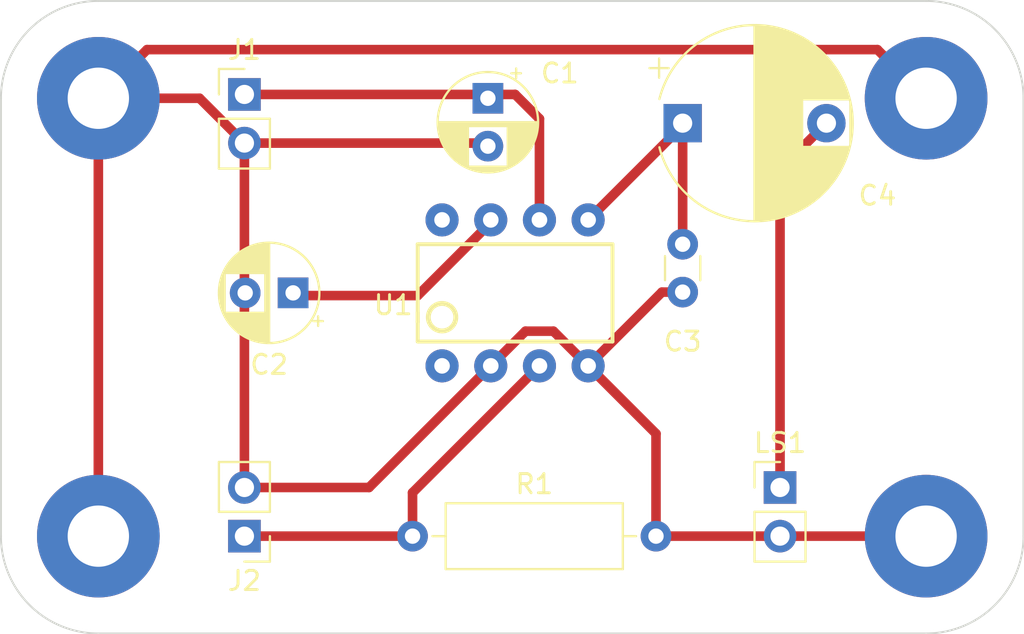
<source format=kicad_pcb>
(kicad_pcb (version 20211014) (generator pcbnew)
  (layers (0 "F.Cu" signal) (31 "B.Cu" signal) (34 "B.Paste" user) (35 "F.Paste" user) (36 "B.SilkS" user "B.Silkscreen") (37 "F.SilkS" user "F.Silkscreen") (38 "B.Mask" user) (39 "F.Mask" user) (44 "Edge.Cuts" user))
  (net 0 "")
  (net 1 "+9V")
  (net 2 "GNDD")
  (net 3 "Net-(C2-Pad1)")
  (net 4 "Net-(C3-Pad1)")
  (net 5 "Net-(C4-Pad2)")
  (net 6 "Net-(J2-PadT)")
  (footprint "Capacitor_THT:C_Disc_D3.0mm_W1.6mm_P2.50mm" (layer "F.Cu") (at 142.24 83.82 -90)
    (fp_text reference "C3" (at 5.08 0 180) (layer "F.SilkS"))
    (fp_text value "100nF")
    (fp_line (start 0.621 0.92) (end 1.879 0.92) (layer "F.SilkS") (width 0.12))
    (fp_line (start 0.621 -0.92) (end 1.879 -0.92) (layer "F.SilkS") (width 0.12))
    (pad "1" thru_hole circle (at 0 0 270) (size 1.6 1.6) (drill 0.8) (layers *.Cu *.Mask) (net 4 "Net-(C3-Pad1)"))
    (pad "2" thru_hole circle (at 2.5 0 270) (size 1.6 1.6) (drill 0.8) (layers *.Cu *.Mask) (net 2 "GNDD"))
  )
  (footprint "MountingHole:MountingHole_3.2mm_M3_Pad" (layer "F.Cu") (at 154.94 99.06)
    (fp_text reference "H2" hide)
    (fp_text value "MountingHole_Pad" hide)
    (pad "1" thru_hole circle (at 0 0) (size 6.4 6.4) (drill 3.2) (layers *.Cu *.Mask) (net 2 "GNDD"))
  )
  (footprint "MountingHole:MountingHole_3.2mm_M3_Pad" (layer "F.Cu") (at 154.94 76.2)
    (fp_text reference "H3" hide)
    (fp_text value "MountingHole_Pad" hide)
    (pad "1" thru_hole circle (at 0 0) (size 6.4 6.4) (drill 3.2) (layers *.Cu *.Mask) (net 2 "GNDD"))
  )
  (footprint "MountingHole:MountingHole_3.2mm_M3_Pad" (layer "F.Cu") (at 111.76 99.06)
    (fp_text reference "H1" hide)
    (fp_text value "MountingHole_Pad" hide)
    (pad "1" thru_hole circle (at 0 0) (size 6.4 6.4) (drill 3.2) (layers *.Cu *.Mask) (net 2 "GNDD"))
  )
  (footprint "Capacitor_THT:CP_Radial_D5.0mm_P2.50mm" (layer "F.Cu") (at 121.92 86.36 180)
    (fp_text reference "C2" (at 1.25 -3.75) (layer "F.SilkS"))
    (fp_text value "100uF")
    (fp_line (start 2.731 -2.122) (end 2.731 -1.04) (layer "F.SilkS") (width 0.12))
    (fp_line (start 2.891 -2.004) (end 2.891 -1.04) (layer "F.SilkS") (width 0.12))
    (fp_line (start -1.304775 -1.725) (end -1.304775 -1.225) (layer "F.SilkS") (width 0.12))
    (fp_line (start 3.251 1.04) (end 3.251 1.653) (layer "F.SilkS") (width 0.12))
    (fp_line (start 2.171 1.04) (end 2.171 2.414) (layer "F.SilkS") (width 0.12))
    (fp_line (start 1.53 1.04) (end 1.53 2.565) (layer "F.SilkS") (width 0.12))
    (fp_line (start 1.57 1.04) (end 1.57 2.561) (layer "F.SilkS") (width 0.12))
    (fp_line (start 1.61 -2.556) (end 1.61 -1.04) (layer "F.SilkS") (width 0.12))
    (fp_line (start 2.051 -2.455) (end 2.051 -1.04) (layer "F.SilkS") (width 0.12))
    (fp_line (start 2.571 1.04) (end 2.571 2.224) (layer "F.SilkS") (width 0.12))
    (fp_line (start 1.73 1.04) (end 1.73 2.536) (layer "F.SilkS") (width 0.12))
    (fp_line (start 2.531 -2.247) (end 2.531 -1.04) (layer "F.SilkS") (width 0.12))
    (fp_line (start 3.811 -0.518) (end 3.811 0.518) (layer "F.SilkS") (width 0.12))
    (fp_line (start 3.171 1.04) (end 3.171 1.743) (layer "F.SilkS") (width 0.12))
    (fp_line (start 2.091 1.04) (end 2.091 2.442) (layer "F.SilkS") (width 0.12))
    (fp_line (start 2.851 -2.035) (end 2.851 -1.04) (layer "F.SilkS") (width 0.12))
    (fp_line (start 3.251 -1.653) (end 3.251 -1.04) (layer "F.SilkS") (width 0.12))
    (fp_line (start 1.85 -2.511) (end 1.85 -1.04) (layer "F.SilkS") (width 0.12))
    (fp_line (start 1.49 1.04) (end 1.49 2.569) (layer "F.SilkS") (width 0.12))
    (fp_line (start 3.331 -1.554) (end 3.331 -1.04) (layer "F.SilkS") (width 0.12))
    (fp_line (start 2.371 -2.329) (end 2.371 -1.04) (layer "F.SilkS") (width 0.12))
    (fp_line (start 3.091 1.04) (end 3.091 1.826) (layer "F.SilkS") (width 0.12))
    (fp_line (start 3.371 1.04) (end 3.371 1.5) (layer "F.SilkS") (width 0.12))
    (fp_line (start 1.65 -2.55) (end 1.65 -1.04) (layer "F.SilkS") (width 0.12))
    (fp_line (start 2.371 1.04) (end 2.371 2.329) (layer "F.SilkS") (width 0.12))
    (fp_line (start 1.53 -2.565) (end 1.53 -1.04) (layer "F.SilkS") (width 0.12))
    (fp_line (start 1.29 -2.58) (end 1.29 2.58) (layer "F.SilkS") (width 0.12))
    (fp_line (start 2.931 -1.971) (end 2.931 -1.04) (layer "F.SilkS") (width 0.12))
    (fp_line (start 3.291 -1.605) (end 3.291 -1.04) (layer "F.SilkS") (width 0.12))
    (fp_line (start 2.131 1.04) (end 2.131 2.428) (layer "F.SilkS") (width 0.12))
    (fp_line (start 3.611 -1.098) (end 3.611 1.098) (layer "F.SilkS") (width 0.12))
    (fp_line (start 2.931 1.04) (end 2.931 1.971) (layer "F.SilkS") (width 0.12))
    (fp_line (start 2.891 1.04) (end 2.891 2.004) (layer "F.SilkS") (width 0.12))
    (fp_line (start 1.65 1.04) (end 1.65 2.55) (layer "F.SilkS") (width 0.12))
    (fp_line (start 3.651 -1.011) (end 3.651 1.011) (layer "F.SilkS") (width 0.12))
    (fp_line (start 3.531 1.04) (end 3.531 1.251) (layer "F.SilkS") (width 0.12))
    (fp_line (start -1.554775 -1.475) (end -1.054775 -1.475) (layer "F.SilkS") (width 0.12))
    (fp_line (start 2.211 1.04) (end 2.211 2.398) (layer "F.SilkS") (width 0.12))
    (fp_line (start 3.011 1.04) (end 3.011 1.901) (layer "F.SilkS") (width 0.12))
    (fp_line (start 3.211 -1.699) (end 3.211 -1.04) (layer "F.SilkS") (width 0.12))
    (fp_line (start 2.651 1.04) (end 2.651 2.175) (layer "F.SilkS") (width 0.12))
    (fp_line (start 2.531 1.04) (end 2.531 2.247) (layer "F.SilkS") (width 0.12))
    (fp_line (start 2.251 -2.382) (end 2.251 -1.04) (layer "F.SilkS") (width 0.12))
    (fp_line (start 1.85 1.04) (end 1.85 2.511) (layer "F.SilkS") (width 0.12))
    (fp_line (start 1.69 -2.543) (end 1.69 -1.04) (layer "F.SilkS") (width 0.12))
    (fp_line (start 1.971 -2.48) (end 1.971 -1.04) (layer "F.SilkS") (width 0.12))
    (fp_line (start 2.571 -2.224) (end 2.571 -1.04) (layer "F.SilkS") (width 0.12))
    (fp_line (start 2.171 -2.414) (end 2.171 -1.04) (layer "F.SilkS") (width 0.12))
    (fp_line (start 2.011 1.04) (end 2.011 2.468) (layer "F.SilkS") (width 0.12))
    (fp_line (start 2.331 1.04) (end 2.331 2.348) (layer "F.SilkS") (width 0.12))
    (fp_line (start 2.411 -2.31) (end 2.411 -1.04) (layer "F.SilkS") (width 0.12))
    (fp_line (start 2.811 1.04) (end 2.811 2.065) (layer "F.SilkS") (width 0.12))
    (fp_line (start 3.291 1.04) (end 3.291 1.605) (layer "F.SilkS") (width 0.12))
    (fp_line (start 1.89 -2.501) (end 1.89 -1.04) (layer "F.SilkS") (width 0.12))
    (fp_line (start 2.451 -2.29) (end 2.451 -1.04) (layer "F.SilkS") (width 0.12))
    (fp_line (start 2.291 1.04) (end 2.291 2.365) (layer "F.SilkS") (width 0.12))
    (fp_line (start 2.451 1.04) (end 2.451 2.29) (layer "F.SilkS") (width 0.12))
    (fp_line (start 3.731 -0.805) (end 3.731 0.805) (layer "F.SilkS") (width 0.12))
    (fp_line (start 2.611 1.04) (end 2.611 2.2) (layer "F.SilkS") (width 0.12))
    (fp_line (start 1.81 1.04) (end 1.81 2.52) (layer "F.SilkS") (width 0.12))
    (fp_line (start 2.331 -2.348) (end 2.331 -1.04) (layer "F.SilkS") (width 0.12))
    (fp_line (start 1.57 -2.561) (end 1.57 -1.04) (layer "F.SilkS") (width 0.12))
    (fp_line (start 3.211 1.04) (end 3.211 1.699) (layer "F.SilkS") (width 0.12))
    (fp_line (start 2.051 1.04) (end 2.051 2.455) (layer "F.SilkS") (width 0.12))
    (fp_line (start 2.771 1.04) (end 2.771 2.095) (layer "F.SilkS") (width 0.12))
    (fp_line (start 3.051 -1.864) (end 3.051 -1.04) (layer "F.SilkS") (width 0.12))
    (fp_line (start 3.451 -1.383) (end 3.451 -1.04) (layer "F.SilkS") (width 0.12))
    (fp_line (start 3.411 1.04) (end 3.411 1.443) (layer "F.SilkS") (width 0.12))
    (fp_line (start 2.291 -2.365) (end 2.291 -1.04) (layer "F.SilkS") (width 0.12))
    (fp_line (start 3.051 1.04) (end 3.051 1.864) (layer "F.SilkS") (width 0.12))
    (fp_line (start 2.611 -2.2) (end 2.611 -1.04) (layer "F.SilkS") (width 0.12))
    (fp_line (start 2.651 -2.175) (end 2.651 -1.04) (layer "F.SilkS") (width 0.12))
    (fp_line (start 2.251 1.04) (end 2.251 2.382) (layer "F.SilkS") (width 0.12))
    (fp_line (start 1.93 -2.491) (end 1.93 -1.04) (layer "F.SilkS") (width 0.12))
    (fp_line (start 1.971 1.04) (end 1.971 2.48) (layer "F.SilkS") (width 0.12))
    (fp_line (start 3.091 -1.826) (end 3.091 -1.04) (layer "F.SilkS") (width 0.12))
    (fp_line (start 1.45 -2.573) (end 1.45 2.573) (layer "F.SilkS") (width 0.12))
    (fp_line (start 3.131 1.04) (end 3.131 1.785) (layer "F.SilkS") (width 0.12))
    (fp_line (start 2.091 -2.442) (end 2.091 -1.04) (layer "F.SilkS") (width 0.12))
    (fp_line (start 1.69 1.04) (end 1.69 2.543) (layer "F.SilkS") (width 0.12))
    (fp_line (start 2.411 1.04) (end 2.411 2.31) (layer "F.SilkS") (width 0.12))
    (fp_line (start 1.49 -2.569) (end 1.49 -1.04) (layer "F.SilkS") (width 0.12))
    (fp_line (start 3.171 -1.743) (end 3.171 -1.04) (layer "F.SilkS") (width 0.12))
    (fp_line (start 1.25 -2.58) (end 1.25 2.58) (layer "F.SilkS") (width 0.12))
    (fp_line (start 3.771 -0.677) (end 3.771 0.677) (layer "F.SilkS") (width 0.12))
    (fp_line (start 1.73 -2.536) (end 1.73 -1.04) (layer "F.SilkS") (width 0.12))
    (fp_line (start 2.731 1.04) (end 2.731 2.122) (layer "F.SilkS") (width 0.12))
    (fp_line (start 1.93 1.04) (end 1.93 2.491) (layer "F.SilkS") (width 0.12))
    (fp_line (start 3.571 -1.178) (end 3.571 1.178) (layer "F.SilkS") (width 0.12))
    (fp_line (start 3.331 1.04) (end 3.331 1.554) (layer "F.SilkS") (width 0.12))
    (fp_line (start 1.77 1.04) (end 1.77 2.528) (layer "F.SilkS") (width 0.12))
    (fp_line (start 2.491 1.04) (end 2.491 2.268) (layer "F.SilkS") (width 0.12))
    (fp_line (start 3.491 -1.319) (end 3.491 -1.04) (layer "F.SilkS") (width 0.12))
    (fp_line (start 3.011 -1.901) (end 3.011 -1.04) (layer "F.SilkS") (width 0.12))
    (fp_line (start 2.811 -2.065) (end 2.811 -1.04) (layer "F.SilkS") (width 0.12))
    (fp_line (start 2.011 -2.468) (end 2.011 -1.04) (layer "F.SilkS") (width 0.12))
    (fp_line (start 1.41 -2.576) (end 1.41 2.576) (layer "F.SilkS") (width 0.12))
    (fp_line (start 1.81 -2.52) (end 1.81 -1.04) (layer "F.SilkS") (width 0.12))
    (fp_line (start 2.851 1.04) (end 2.851 2.035) (layer "F.SilkS") (width 0.12))
    (fp_line (start 2.491 -2.268) (end 2.491 -1.04) (layer "F.SilkS") (width 0.12))
    (fp_line (start 2.971 1.04) (end 2.971 1.937) (layer "F.SilkS") (width 0.12))
    (fp_line (start 3.411 -1.443) (end 3.411 -1.04) (layer "F.SilkS") (width 0.12))
    (fp_line (start 2.131 -2.428) (end 2.131 -1.04) (layer "F.SilkS") (width 0.12))
    (fp_line (start 2.211 -2.398) (end 2.211 -1.04) (layer "F.SilkS") (width 0.12))
    (fp_line (start 1.61 1.04) (end 1.61 2.556) (layer "F.SilkS") (width 0.12))
    (fp_line (start 2.691 -2.149) (end 2.691 -1.04) (layer "F.SilkS") (width 0.12))
    (fp_line (start 3.451 1.04) (end 3.451 1.383) (layer "F.SilkS") (width 0.12))
    (fp_line (start 1.33 -2.579) (end 1.33 2.579) (layer "F.SilkS") (width 0.12))
    (fp_line (start 3.691 -0.915) (end 3.691 0.915) (layer "F.SilkS") (width 0.12))
    (fp_line (start 2.771 -2.095) (end 2.771 -1.04) (layer "F.SilkS") (width 0.12))
    (fp_line (start 3.851 -0.284) (end 3.851 0.284) (layer "F.SilkS") (width 0.12))
    (fp_line (start 2.691 1.04) (end 2.691 2.149) (layer "F.SilkS") (width 0.12))
    (fp_line (start 1.77 -2.528) (end 1.77 -1.04) (layer "F.SilkS") (width 0.12))
    (fp_line (start 3.131 -1.785) (end 3.131 -1.04) (layer "F.SilkS") (width 0.12))
    (fp_line (start 3.491 1.04) (end 3.491 1.319) (layer "F.SilkS") (width 0.12))
    (fp_line (start 2.971 -1.937) (end 2.971 -1.04) (layer "F.SilkS") (width 0.12))
    (fp_line (start 1.37 -2.578) (end 1.37 2.578) (layer "F.SilkS") (width 0.12))
    (fp_line (start 1.89 1.04) (end 1.89 2.501) (layer "F.SilkS") (width 0.12))
    (fp_line (start 3.371 -1.5) (end 3.371 -1.04) (layer "F.SilkS") (width 0.12))
    (fp_line (start 3.531 -1.251) (end 3.531 -1.04) (layer "F.SilkS") (width 0.12))
    (fp_circle (center 1.25 0) (end 3.87 0) (layer "F.SilkS") (width 0.12) (fill none))
    (pad "1" thru_hole rect (at 0 0 180) (size 1.6 1.6) (drill 0.8) (layers *.Cu *.Mask) (net 3 "Net-(C2-Pad1)"))
    (pad "2" thru_hole circle (at 2.5 0 180) (size 1.6 1.6) (drill 0.8) (layers *.Cu *.Mask) (net 2 "GNDD"))
  )
  (footprint "Capacitor_THT:CP_Radial_D10.0mm_P7.50mm" (layer "F.Cu") (at 142.24 77.5)
    (fp_text reference "C4" (at 10.16 3.78) (layer "F.SilkS"))
    (fp_text value "1000uF")
    (fp_line (start 5.031 -4.918) (end 5.031 4.918) (layer "F.SilkS") (width 0.12))
    (fp_line (start 4.43 -5.035) (end 4.43 5.035) (layer "F.SilkS") (width 0.12))
    (fp_line (start 8.031 1.241) (end 8.031 2.77) (layer "F.SilkS") (width 0.12))
    (fp_line (start 6.831 -4.05) (end 6.831 -1.241) (layer "F.SilkS") (width 0.12))
    (fp_line (start 5.951 -4.584) (end 5.951 4.584) (layer "F.SilkS") (width 0.12))
    (fp_line (start 4.751 -4.982) (end 4.751 4.982) (layer "F.SilkS") (width 0.12))
    (fp_line (start 7.711 1.241) (end 7.711 3.206) (layer "F.SilkS") (width 0.12))
    (fp_line (start 5.391 -4.811) (end 5.391 4.811) (layer "F.SilkS") (width 0.12))
    (fp_line (start 4.07 -5.07) (end 4.07 5.07) (layer "F.SilkS") (width 0.12))
    (fp_line (start 3.83 -5.08) (end 3.83 5.08) (layer "F.SilkS") (width 0.12))
    (fp_line (start 5.271 -4.85) (end 5.271 4.85) (layer "F.SilkS") (width 0.12))
    (fp_line (start 5.671 -4.707) (end 5.671 4.707) (layer "F.SilkS") (width 0.12))
    (fp_line (start 7.711 -3.206) (end 7.711 -1.241) (layer "F.SilkS") (width 0.12))
    (fp_line (start 3.75 -5.08) (end 3.75 5.08) (layer "F.SilkS") (width 0.12))
    (fp_line (start 4.35 -5.045) (end 4.35 5.045) (layer "F.SilkS") (width 0.12))
    (fp_line (start 8.071 1.241) (end 8.071 2.709) (layer "F.SilkS") (width 0.12))
    (fp_line (start 5.111 -4.897) (end 5.111 4.897) (layer "F.SilkS") (width 0.12))
    (fp_line (start 8.311 1.241) (end 8.311 2.289) (layer "F.SilkS") (width 0.12))
    (fp_line (start 4.31 -5.05) (end 4.31 5.05) (layer "F.SilkS") (width 0.12))
    (fp_line (start 6.111 -4.504) (end 6.111 4.504) (layer "F.SilkS") (width 0.12))
    (fp_line (start 8.031 -2.77) (end 8.031 -1.241) (layer "F.SilkS") (width 0.12))
    (fp_line (start 6.991 -3.925) (end 6.991 -1.241) (layer "F.SilkS") (width 0.12))
    (fp_line (start 7.031 1.241) (end 7.031 3.892) (layer "F.SilkS") (width 0.12))
    (fp_line (start 7.871 -3) (end 7.871 -1.241) (layer "F.SilkS") (width 0.12))
    (fp_line (start 6.951 -3.957) (end 6.951 -1.241) (layer "F.SilkS") (width 0.12))
    (fp_line (start 6.551 -4.247) (end 6.551 -1.241) (layer "F.SilkS") (width 0.12))
    (fp_line (start 8.191 -2.51) (end 8.191 -1.241) (layer "F.SilkS") (width 0.12))
    (fp_line (start 7.191 1.241) (end 7.191 3.753) (layer "F.SilkS") (width 0.12))
    (fp_line (start 7.031 -3.892) (end 7.031 -1.241) (layer "F.SilkS") (width 0.12))
    (fp_line (start 5.071 -4.907) (end 5.071 4.907) (layer "F.SilkS") (width 0.12))
    (fp_line (start 6.591 -4.221) (end 6.591 -1.241) (layer "F.SilkS") (width 0.12))
    (fp_line (start 7.431 1.241) (end 7.431 3.52) (layer "F.SilkS") (width 0.12))
    (fp_line (start 4.551 -5.018) (end 4.551 5.018) (layer "F.SilkS") (width 0.12))
    (fp_line (start 7.871 1.241) (end 7.871 3) (layer "F.SilkS") (width 0.12))
    (fp_line (start 4.671 -4.997) (end 4.671 4.997) (layer "F.SilkS") (width 0.12))
    (fp_line (start 7.071 1.241) (end 7.071 3.858) (layer "F.SilkS") (width 0.12))
    (fp_line (start 7.631 -3.301) (end 7.631 -1.241) (layer "F.SilkS") (width 0.12))
    (fp_line (start 6.791 1.241) (end 6.791 4.08) (layer "F.SilkS") (width 0.12))
    (fp_line (start 5.551 -4.754) (end 5.551 4.754) (layer "F.SilkS") (width 0.12))
    (fp_line (start 7.271 1.241) (end 7.271 3.679) (layer "F.SilkS") (width 0.12))
    (fp_line (start 6.791 -4.08) (end 6.791 -1.241) (layer "F.SilkS") (width 0.12))
    (fp_line (start 7.591 1.241) (end 7.591 3.347) (layer "F.SilkS") (width 0.12))
    (fp_line (start 8.471 -1.944) (end 8.471 -1.241) (layer "F.SilkS") (width 0.12))
    (fp_line (start 6.271 1.241) (end 6.271 4.417) (layer "F.SilkS") (width 0.12))
    (fp_line (start 8.511 1.241) (end 8.511 1.846) (layer "F.SilkS") (width 0.12))
    (fp_line (start 8.391 -2.125) (end 8.391 -1.241) (layer "F.SilkS") (width 0.12))
    (fp_line (start 5.871 -4.621) (end 5.871 4.621) (layer "F.SilkS") (width 0.12))
    (fp_line (start 5.431 -4.797) (end 5.431 4.797) (layer "F.SilkS") (width 0.12))
    (fp_line (start 7.271 -3.679) (end 7.271 -1.241) (layer "F.SilkS") (width 0.12))
    (fp_line (start 6.911 1.241) (end 6.911 3.989) (layer "F.SilkS") (width 0.12))
    (fp_line (start 6.951 1.241) (end 6.951 3.957) (layer "F.SilkS") (width 0.12))
    (fp_line (start 8.471 1.241) (end 8.471 1.944) (layer "F.SilkS") (width 0.12))
    (fp_line (start 8.511 -1.846) (end 8.511 -1.241) (layer "F.SilkS") (width 0.12))
    (fp_line (start 4.11 -5.068) (end 4.11 5.068) (layer "F.SilkS") (width 0.12))
    (fp_line (start 4.991 -4.928) (end 4.991 4.928) (layer "F.SilkS") (width 0.12))
    (fp_line (start 5.711 -4.69) (end 5.711 4.69) (layer "F.SilkS") (width 0.12))
    (fp_line (start 7.391 -3.561) (end 7.391 -1.241) (layer "F.SilkS") (width 0.12))
    (fp_line (start 8.751 -1.062) (end 8.751 1.062) (layer "F.SilkS") (width 0.12))
    (fp_line (start 8.111 -2.645) (end 8.111 -1.241) (layer "F.SilkS") (width 0.12))
    (fp_line (start 5.191 -4.874) (end 5.191 4.874) (layer "F.SilkS") (width 0.12))
    (fp_line (start 7.911 1.241) (end 7.911 2.945) (layer "F.SilkS") (width 0.12))
    (fp_line (start 6.671 -4.166) (end 6.671 -1.241) (layer "F.SilkS") (width 0.12))
    (fp_line (start 7.471 1.241) (end 7.471 3.478) (layer "F.SilkS") (width 0.12))
    (fp_line (start 4.951 -4.938) (end 4.951 4.938) (layer "F.SilkS") (width 0.12))
    (fp_line (start 7.151 1.241) (end 7.151 3.789) (layer "F.SilkS") (width 0.12))
    (fp_line (start 4.911 -4.947) (end 4.911 4.947) (layer "F.SilkS") (width 0.12))
    (fp_line (start 8.831 -0.599) (end 8.831 0.599) (layer "F.SilkS") (width 0.12))
    (fp_line (start 4.591 -5.011) (end 4.591 5.011) (layer "F.SilkS") (width 0.12))
    (fp_line (start 8.111 1.241) (end 8.111 2.645) (layer "F.SilkS") (width 0.12))
    (fp_line (start 7.191 -3.753) (end 7.191 -1.241) (layer "F.SilkS") (width 0.12))
    (fp_line (start 7.751 1.241) (end 7.751 3.156) (layer "F.SilkS") (width 0.12))
    (fp_line (start 5.351 -4.824) (end 5.351 4.824) (layer "F.SilkS") (width 0.12))
    (fp_line (start 8.151 -2.579) (end 8.151 -1.241) (layer "F.SilkS") (width 0.12))
    (fp_line (start 6.871 1.241) (end 6.871 4.02) (layer "F.SilkS") (width 0.12))
    (fp_line (start -1.229646 -3.375) (end -1.229646 -2.375) (layer "F.SilkS") (width 0.12))
    (fp_line (start 5.791 -4.657) (end 5.791 4.657) (layer "F.SilkS") (width 0.12))
    (fp_line (start 7.671 -3.254) (end 7.671 -1.241) (layer "F.SilkS") (width 0.12))
    (fp_line (start 6.751 1.241) (end 6.751 4.11) (layer "F.SilkS") (width 0.12))
    (fp_line (start 7.071 -3.858) (end 7.071 -1.241) (layer "F.SilkS") (width 0.12))
    (fp_line (start 4.631 -5.004) (end 4.631 5.004) (layer "F.SilkS") (width 0.12))
    (fp_line (start 8.791 -0.862) (end 8.791 0.862) (layer "F.SilkS") (width 0.12))
    (fp_line (start 3.99 -5.075) (end 3.99 5.075) (layer "F.SilkS") (width 0.12))
    (fp_line (start 6.551 1.241) (end 6.551 4.247) (layer "F.SilkS") (width 0.12))
    (fp_line (start 6.151 -4.483) (end 6.151 4.483) (layer "F.SilkS") (width 0.12))
    (fp_line (start 6.431 1.241) (end 6.431 4.323) (layer "F.SilkS") (width 0.12))
    (fp_line (start 4.831 -4.965) (end 4.831 4.965) (layer "F.SilkS") (width 0.12))
    (fp_line (start 3.95 -5.077) (end 3.95 5.077) (layer "F.SilkS") (width 0.12))
    (fp_line (start 6.591 1.241) (end 6.591 4.221) (layer "F.SilkS") (width 0.12))
    (fp_line (start 7.111 -3.824) (end 7.111 -1.241) (layer "F.SilkS") (width 0.12))
    (fp_line (start 7.511 1.241) (end 7.511 3.436) (layer "F.SilkS") (width 0.12))
    (fp_line (start 7.231 1.241) (end 7.231 3.716) (layer "F.SilkS") (width 0.12))
    (fp_line (start 6.031 -4.545) (end 6.031 4.545) (layer "F.SilkS") (width 0.12))
    (fp_line (start 8.071 -2.709) (end 8.071 -1.241) (layer "F.SilkS") (width 0.12))
    (fp_line (start 4.03 -5.073) (end 4.03 5.073) (layer "F.SilkS") (width 0.12))
    (fp_line (start 7.591 -3.347) (end 7.591 -1.241) (layer "F.SilkS") (width 0.12))
    (fp_line (start 7.831 -3.054) (end 7.831 -1.241) (layer "F.SilkS") (width 0.12))
    (fp_line (start 8.671 1.241) (end 8.671 1.378) (layer "F.SilkS") (width 0.12))
    (fp_line (start 4.19 -5.062) (end 4.19 5.062) (layer "F.SilkS") (width 0.12))
    (fp_line (start 7.231 -3.716) (end 7.231 -1.241) (layer "F.SilkS") (width 0.12))
    (fp_line (start 8.151 1.241) (end 8.151 2.579) (layer "F.SilkS") (width 0.12))
    (fp_line (start 8.551 1.241) (end 8.551 1.742) (layer "F.SilkS") (width 0.12))
    (fp_line (start 7.671 1.241) (end 7.671 3.254) (layer "F.SilkS") (width 0.12))
    (fp_line (start 8.351 1.241) (end 8.351 2.209) (layer "F.SilkS") (width 0.12))
    (fp_line (start 7.751 -3.156) (end 7.751 -1.241) (layer "F.SilkS") (width 0.12))
    (fp_line (start 8.551 -1.742) (end 8.551 -1.241) (layer "F.SilkS") (width 0.12))
    (fp_line (start 6.311 1.241) (end 6.311 4.395) (layer "F.SilkS") (width 0.12))
    (fp_line (start 6.391 1.241) (end 6.391 4.347) (layer "F.SilkS") (width 0.12))
    (fp_line (start 5.831 -4.639) (end 5.831 4.639) (layer "F.SilkS") (width 0.12))
    (fp_line (start 7.791 -3.106) (end 7.791 -1.241) (layer "F.SilkS") (width 0.12))
    (fp_line (start 4.27 -5.054) (end 4.27 5.054) (layer "F.SilkS") (width 0.12))
    (fp_line (start 6.991 1.241) (end 6.991 3.925) (layer "F.SilkS") (width 0.12))
    (fp_line (start -1.729646 -2.875) (end -0.729646 -2.875) (layer "F.SilkS") (width 0.12))
    (fp_line (start 8.351 -2.209) (end 8.351 -1.241) (layer "F.SilkS") (width 0.12))
    (fp_line (start 4.471 -5.03) (end 4.471 5.03) (layer "F.SilkS") (width 0.12))
    (fp_line (start 7.111 1.241) (end 7.111 3.824) (layer "F.SilkS") (width 0.12))
    (fp_line (start 6.351 -4.371) (end 6.351 -1.241) (layer "F.SilkS") (width 0.12))
    (fp_line (start 7.431 -3.52) (end 7.431 -1.241) (layer "F.SilkS") (width 0.12))
    (fp_line (start 6.471 1.241) (end 6.471 4.298) (layer "F.SilkS") (width 0.12))
    (fp_line (start 4.711 -4.99) (end 4.711 4.99) (layer "F.SilkS") (width 0.12))
    (fp_line (start 8.431 1.241) (end 8.431 2.037) (layer "F.SilkS") (width 0.12))
    (fp_line (start 7.951 -2.889) (end 7.951 -1.241) (layer "F.SilkS") (width 0.12))
    (fp_line (start 7.391 1.241) (end 7.391 3.561) (layer "F.SilkS") (width 0.12))
    (fp_line (start 8.591 -1.63) (end 8.591 -1.241) (layer "F.SilkS") (width 0.12))
    (fp_line (start 6.431 -4.323) (end 6.431 -1.241) (layer "F.SilkS") (width 0.12))
    (fp_line (start 6.711 1.241) (end 6.711 4.138) (layer "F.SilkS") (width 0.12))
    (fp_line (start 3.91 -5.078) (end 3.91 5.078) (layer "F.SilkS") (width 0.12))
    (fp_line (start 8.271 1.241) (end 8.271 2.365) (layer "F.SilkS") (width 0.12))
    (fp_line (start 6.631 1.241) (end 6.631 4.194) (layer "F.SilkS") (width 0.12))
    (fp_line (start 6.911 -3.989) (end 6.911 -1.241) (layer "F.SilkS") (width 0.12))
    (fp_line (start 6.671 1.241) (end 6.671 4.166) (layer "F.SilkS") (width 0.12))
    (fp_line (start 7.311 -3.64) (end 7.311 -1.241) (layer "F.SilkS") (width 0.12))
    (fp_line (start 8.631 1.241) (end 8.631 1.51) (layer "F.SilkS") (width 0.12))
    (fp_line (start 7.631 1.241) (end 7.631 3.301) (layer "F.SilkS") (width 0.12))
    (fp_line (start 8.431 -2.037) (end 8.431 -1.241) (layer "F.SilkS") (width 0.12))
    (fp_line (start 7.511 -3.436) (end 7.511 -1.241) (layer "F.SilkS") (width 0.12))
    (fp_line (start 5.511 -4.768) (end 5.511 4.768) (layer "F.SilkS") (width 0.12))
    (fp_line (start 7.551 1.241) (end 7.551 3.392) (layer "F.SilkS") (width 0.12))
    (fp_line (start 3.87 -5.079) (end 3.87 5.079) (layer "F.SilkS") (width 0.12))
    (fp_line (start 8.231 -2.439) (end 8.231 -1.241) (layer "F.SilkS") (width 0.12))
    (fp_line (start 7.311 1.241) (end 7.311 3.64) (layer "F.SilkS") (width 0.12))
    (fp_line (start 4.791 -4.974) (end 4.791 4.974) (layer "F.SilkS") (width 0.12))
    (fp_line (start 6.271 -4.417) (end 6.271 -1.241) (layer "F.SilkS") (width 0.12))
    (fp_line (start 4.23 -5.058) (end 4.23 5.058) (layer "F.SilkS") (width 0.12))
    (fp_line (start 6.231 -4.44) (end 6.231 4.44) (layer "F.SilkS") (width 0.12))
    (fp_line (start 6.511 1.241) (end 6.511 4.273) (layer "F.SilkS") (width 0.12))
    (fp_line (start 7.911 -2.945) (end 7.911 -1.241) (layer "F.SilkS") (width 0.12))
    (fp_line (start 6.071 -4.525) (end 6.071 4.525) (layer "F.SilkS") (width 0.12))
    (fp_line (start 6.711 -4.138) (end 6.711 -1.241) (layer "F.SilkS") (width 0.12))
    (fp_line (start 6.471 -4.298) (end 6.471 -1.241) (layer "F.SilkS") (width 0.12))
    (fp_line (start 7.991 1.241) (end 7.991 2.83) (layer "F.SilkS") (width 0.12))
    (fp_line (start 5.311 -4.837) (end 5.311 4.837) (layer "F.SilkS") (width 0.12))
    (fp_line (start 8.391 1.241) (end 8.391 2.125) (layer "F.SilkS") (width 0.12))
    (fp_line (start 8.231 1.241) (end 8.231 2.439) (layer "F.SilkS") (width 0.12))
    (fp_line (start 6.391 -4.347) (end 6.391 -1.241) (layer "F.SilkS") (width 0.12))
    (fp_line (start 8.311 -2.289) (end 8.311 -1.241) (layer "F.SilkS") (width 0.12))
    (fp_line (start 5.231 -4.862) (end 5.231 4.862) (layer "F.SilkS") (width 0.12))
    (fp_line (start 6.311 -4.395) (end 6.311 -1.241) (layer "F.SilkS") (width 0.12))
    (fp_line (start 7.951 1.241) (end 7.951 2.889) (layer "F.SilkS") (width 0.12))
    (fp_line (start 6.511 -4.273) (end 6.511 -1.241) (layer "F.SilkS") (width 0.12))
    (fp_line (start 5.151 -4.885) (end 5.151 4.885) (layer "F.SilkS") (width 0.12))
    (fp_line (start 5.751 -4.674) (end 5.751 4.674) (layer "F.SilkS") (width 0.12))
    (fp_line (start 7.831 1.241) (end 7.831 3.054) (layer "F.SilkS") (width 0.12))
    (fp_line (start 6.871 -4.02) (end 6.871 -1.241) (layer "F.SilkS") (width 0.12))
    (fp_line (start 8.671 -1.378) (end 8.671 -1.241) (layer "F.SilkS") (width 0.12))
    (fp_line (start 8.591 1.241) (end 8.591 1.63) (layer "F.SilkS") (width 0.12))
    (fp_line (start 5.991 -4.564) (end 5.991 4.564) (layer "F.SilkS") (width 0.12))
    (fp_line (start 7.351 -3.601) (end 7.351 -1.241) (layer "F.SilkS") (width 0.12))
    (fp_line (start 4.871 -4.956) (end 4.871 4.956) (layer "F.SilkS") (width 0.12))
    (fp_line (start 4.15 -5.065) (end 4.15 5.065) (layer "F.SilkS") (width 0.12))
    (fp_line (start 8.191 1.241) (end 8.191 2.51) (layer "F.SilkS") (width 0.12))
    (fp_line (start 3.79 -5.08) (end 3.79 5.08) (layer "F.SilkS") (width 0.12))
    (fp_line (start 6.351 1.241) (end 6.351 4.371) (layer "F.SilkS") (width 0.12))
    (fp_line (start 6.831 1.241) (end 6.831 4.05) (layer "F.SilkS") (width 0.12))
    (fp_line (start 6.191 -4.462) (end 6.191 4.462) (layer "F.SilkS") (width 0.12))
    (fp_line (start 7.991 -2.83) (end 7.991 -1.241) (layer "F.SilkS") (width 0.12))
    (fp_line (start 5.911 -4.603) (end 5.911 4.603) (layer "F.SilkS") (width 0.12))
    (fp_line (start 4.39 -5.04) (end 4.39 5.04) (layer "F.SilkS") (width 0.12))
    (fp_line (start 7.351 1.241) (end 7.351 3.601) (layer "F.SilkS") (width 0.12))
    (fp_line (start 7.471 -3.478) (end 7.471 -1.241) (layer "F.SilkS") (width 0.12))
    (fp_line (start 8.631 -1.51) (end 8.631 -1.241) (layer "F.SilkS") (width 0.12))
    (fp_line (start 8.271 -2.365) (end 8.271 -1.241) (layer "F.SilkS") (width 0.12))
    (fp_line (start 6.631 -4.194) (end 6.631 -1.241) (layer "F.SilkS") (width 0.12))
    (fp_line (start 5.471 -4.783) (end 5.471 4.783) (layer "F.SilkS") (width 0.12))
    (fp_line (start 4.511 -5.024) (end 4.511 5.024) (layer "F.SilkS") (width 0.12))
    (fp_line (start 7.551 -3.392) (end 7.551 -1.241) (layer "F.SilkS") (width 0.12))
    (fp_line (start 5.631 -4.723) (end 5.631 4.723) (layer "F.SilkS") (width 0.12))
    (fp_line (start 7.791 1.241) (end 7.791 3.106) (layer "F.SilkS") (width 0.12))
    (fp_line (start 5.591 -4.738) (end 5.591 4.738) (layer "F.SilkS") (width 0.12))
    (fp_line (start 6.751 -4.11) (end 6.751 -1.241) (layer "F.SilkS") (width 0.12))
    (fp_line (start 7.151 -3.789) (end 7.151 -1.241) (layer "F.SilkS") (width 0.12))
    (fp_arc (start -1.21254 -1.26) (mid 8.87 0) (end -1.21254 1.26) (layer "F.SilkS") (width 0.12))
    (pad "1" thru_hole rect (at 0 0) (size 2 2) (drill 1) (layers *.Cu *.Mask) (net 4 "Net-(C3-Pad1)"))
    (pad "2" thru_hole circle (at 7.5 0) (size 2 2) (drill 1) (layers *.Cu *.Mask) (net 5 "Net-(C4-Pad2)"))
  )
  (footprint "Resistor_THT:R_Axial_DIN0309_L9.0mm_D3.2mm_P12.70mm_Horizontal" (layer "F.Cu") (at 128.15 99.06)
    (fp_text reference "R1" (at 6.35 -2.72) (layer "F.SilkS"))
    (fp_text value "10K")
    (fp_line (start 10.97 -1.72) (end 1.73 -1.72) (layer "F.SilkS") (width 0.12))
    (fp_line (start 1.73 1.72) (end 10.97 1.72) (layer "F.SilkS") (width 0.12))
    (fp_line (start 11.66 0) (end 10.97 0) (layer "F.SilkS") (width 0.12))
    (fp_line (start 1.73 -1.72) (end 1.73 1.72) (layer "F.SilkS") (width 0.12))
    (fp_line (start 1.04 0) (end 1.73 0) (layer "F.SilkS") (width 0.12))
    (fp_line (start 10.97 1.72) (end 10.97 -1.72) (layer "F.SilkS") (width 0.12))
    (pad "1" thru_hole circle (at 0 0) (size 1.6 1.6) (drill 0.8) (layers *.Cu *.Mask) (net 6 "Net-(J2-PadT)"))
    (pad "2" thru_hole oval (at 12.7 0) (size 1.6 1.6) (drill 0.8) (layers *.Cu *.Mask) (net 2 "GNDD"))
  )
  (footprint "Connector_PinHeader_2.54mm:PinHeader_1x02_P2.54mm_Vertical" (layer "F.Cu") (at 119.38 76)
    (fp_text reference "J1" (at 0 -2.33) (layer "F.SilkS"))
    (fp_text value "Jack-DC")
    (fp_line (start -1.33 1.27) (end -1.33 3.87) (layer "F.SilkS") (width 0.12))
    (fp_line (start -1.33 -1.33) (end 0 -1.33) (layer "F.SilkS") (width 0.12))
    (fp_line (start -1.33 0) (end -1.33 -1.33) (layer "F.SilkS") (width 0.12))
    (fp_line (start -1.33 1.27) (end 1.33 1.27) (layer "F.SilkS") (width 0.12))
    (fp_line (start 1.33 1.27) (end 1.33 3.87) (layer "F.SilkS") (width 0.12))
    (fp_line (start -1.33 3.87) (end 1.33 3.87) (layer "F.SilkS") (width 0.12))
    (pad "1" thru_hole rect (at 0 0) (size 1.7 1.7) (drill 1) (layers *.Cu *.Mask) (net 1 "+9V"))
    (pad "2" thru_hole oval (at 0 2.54) (size 1.7 1.7) (drill 1) (layers *.Cu *.Mask) (net 2 "GNDD"))
  )
  (footprint "Capacitor_THT:CP_Radial_D5.0mm_P2.50mm" (layer "F.Cu") (at 132.08 76.2 -90)
    (fp_text reference "C1" (at -1.304775 -3.75 180) (layer "F.SilkS"))
    (fp_text value "1uF")
    (fp_line (start 2.411 1.04) (end 2.411 2.31) (layer "F.SilkS") (width 0.12))
    (fp_line (start 2.211 -2.398) (end 2.211 -1.04) (layer "F.SilkS") (width 0.12))
    (fp_line (start 2.691 1.04) (end 2.691 2.149) (layer "F.SilkS") (width 0.12))
    (fp_line (start 2.371 1.04) (end 2.371 2.329) (layer "F.SilkS") (width 0.12))
    (fp_line (start 2.051 -2.455) (end 2.051 -1.04) (layer "F.SilkS") (width 0.12))
    (fp_line (start 2.891 1.04) (end 2.891 2.004) (layer "F.SilkS") (width 0.12))
    (fp_line (start 1.77 -2.528) (end 1.77 -1.04) (layer "F.SilkS") (width 0.12))
    (fp_line (start 3.651 -1.011) (end 3.651 1.011) (layer "F.SilkS") (width 0.12))
    (fp_line (start -1.554775 -1.475) (end -1.054775 -1.475) (layer "F.SilkS") (width 0.12))
    (fp_line (start 2.811 -2.065) (end 2.811 -1.04) (layer "F.SilkS") (width 0.12))
    (fp_line (start 3.251 -1.653) (end 3.251 -1.04) (layer "F.SilkS") (width 0.12))
    (fp_line (start 3.371 -1.5) (end 3.371 -1.04) (layer "F.SilkS") (width 0.12))
    (fp_line (start 2.811 1.04) (end 2.811 2.065) (layer "F.SilkS") (width 0.12))
    (fp_line (start 1.61 -2.556) (end 1.61 -1.04) (layer "F.SilkS") (width 0.12))
    (fp_line (start 2.251 -2.382) (end 2.251 -1.04) (layer "F.SilkS") (width 0.12))
    (fp_line (start 3.011 -1.901) (end 3.011 -1.04) (layer "F.SilkS") (width 0.12))
    (fp_line (start 3.131 1.04) (end 3.131 1.785) (layer "F.SilkS") (width 0.12))
    (fp_line (start 1.971 1.04) (end 1.971 2.48) (layer "F.SilkS") (width 0.12))
    (fp_line (start 1.57 -2.561) (end 1.57 -1.04) (layer "F.SilkS") (width 0.12))
    (fp_line (start 2.011 1.04) (end 2.011 2.468) (layer "F.SilkS") (width 0.12))
    (fp_line (start 1.93 -2.491) (end 1.93 -1.04) (layer "F.SilkS") (width 0.12))
    (fp_line (start 2.091 -2.442) (end 2.091 -1.04) (layer "F.SilkS") (width 0.12))
    (fp_line (start 1.89 1.04) (end 1.89 2.501) (layer "F.SilkS") (width 0.12))
    (fp_line (start 2.851 -2.035) (end 2.851 -1.04) (layer "F.SilkS") (width 0.12))
    (fp_line (start 3.211 1.04) (end 3.211 1.699) (layer "F.SilkS") (width 0.12))
    (fp_line (start 3.611 -1.098) (end 3.611 1.098) (layer "F.SilkS") (width 0.12))
    (fp_line (start 2.531 1.04) (end 2.531 2.247) (layer "F.SilkS") (width 0.12))
    (fp_line (start 1.57 1.04) (end 1.57 2.561) (layer "F.SilkS") (width 0.12))
    (fp_line (start 2.931 -1.971) (end 2.931 -1.04) (layer "F.SilkS") (width 0.12))
    (fp_line (start 2.371 -2.329) (end 2.371 -1.04) (layer "F.SilkS") (width 0.12))
    (fp_line (start 1.89 -2.501) (end 1.89 -1.04) (layer "F.SilkS") (width 0.12))
    (fp_line (start 1.65 -2.55) (end 1.65 -1.04) (layer "F.SilkS") (width 0.12))
    (fp_line (start 2.491 1.04) (end 2.491 2.268) (layer "F.SilkS") (width 0.12))
    (fp_line (start 2.331 1.04) (end 2.331 2.348) (layer "F.SilkS") (width 0.12))
    (fp_line (start 2.491 -2.268) (end 2.491 -1.04) (layer "F.SilkS") (width 0.12))
    (fp_line (start 3.331 1.04) (end 3.331 1.554) (layer "F.SilkS") (width 0.12))
    (fp_line (start 1.73 -2.536) (end 1.73 -1.04) (layer "F.SilkS") (width 0.12))
    (fp_line (start 2.971 1.04) (end 2.971 1.937) (layer "F.SilkS") (width 0.12))
    (fp_line (start 2.331 -2.348) (end 2.331 -1.04) (layer "F.SilkS") (width 0.12))
    (fp_line (start 1.69 1.04) (end 1.69 2.543) (layer "F.SilkS") (width 0.12))
    (fp_line (start 1.971 -2.48) (end 1.971 -1.04) (layer "F.SilkS") (width 0.12))
    (fp_line (start 2.251 1.04) (end 2.251 2.382) (layer "F.SilkS") (width 0.12))
    (fp_line (start 1.29 -2.58) (end 1.29 2.58) (layer "F.SilkS") (width 0.12))
    (fp_line (start 2.651 1.04) (end 2.651 2.175) (layer "F.SilkS") (width 0.12))
    (fp_line (start 3.331 -1.554) (end 3.331 -1.04) (layer "F.SilkS") (width 0.12))
    (fp_line (start 2.571 -2.224) (end 2.571 -1.04) (layer "F.SilkS") (width 0.12))
    (fp_line (start 3.051 1.04) (end 3.051 1.864) (layer "F.SilkS") (width 0.12))
    (fp_line (start 1.85 1.04) (end 1.85 2.511) (layer "F.SilkS") (width 0.12))
    (fp_line (start 3.451 1.04) (end 3.451 1.383) (layer "F.SilkS") (width 0.12))
    (fp_line (start 1.77 1.04) (end 1.77 2.528) (layer "F.SilkS") (width 0.12))
    (fp_line (start 2.731 -2.122) (end 2.731 -1.04) (layer "F.SilkS") (width 0.12))
    (fp_line (start 2.051 1.04) (end 2.051 2.455) (layer "F.SilkS") (width 0.12))
    (fp_line (start 2.171 -2.414) (end 2.171 -1.04) (layer "F.SilkS") (width 0.12))
    (fp_line (start 1.25 -2.58) (end 1.25 2.58) (layer "F.SilkS") (width 0.12))
    (fp_line (start 2.611 1.04) (end 2.611 2.2) (layer "F.SilkS") (width 0.12))
    (fp_line (start 1.65 1.04) (end 1.65 2.55) (layer "F.SilkS") (width 0.12))
    (fp_line (start 3.291 1.04) (end 3.291 1.605) (layer "F.SilkS") (width 0.12))
    (fp_line (start 2.931 1.04) (end 2.931 1.971) (layer "F.SilkS") (width 0.12))
    (fp_line (start 2.731 1.04) (end 2.731 2.122) (layer "F.SilkS") (width 0.12))
    (fp_line (start 3.771 -0.677) (end 3.771 0.677) (layer "F.SilkS") (width 0.12))
    (fp_line (start 2.971 -1.937) (end 2.971 -1.04) (layer "F.SilkS") (width 0.12))
    (fp_line (start 2.131 1.04) (end 2.131 2.428) (layer "F.SilkS") (width 0.12))
    (fp_line (start 2.851 1.04) (end 2.851 2.035) (layer "F.SilkS") (width 0.12))
    (fp_line (start 2.011 -2.468) (end 2.011 -1.04) (layer "F.SilkS") (width 0.12))
    (fp_line (start 1.37 -2.578) (end 1.37 2.578) (layer "F.SilkS") (width 0.12))
    (fp_line (start 3.731 -0.805) (end 3.731 0.805) (layer "F.SilkS") (width 0.12))
    (fp_line (start 3.251 1.04) (end 3.251 1.653) (layer "F.SilkS") (width 0.12))
    (fp_line (start 3.011 1.04) (end 3.011 1.901) (layer "F.SilkS") (width 0.12))
    (fp_line (start 2.211 1.04) (end 2.211 2.398) (layer "F.SilkS") (width 0.12))
    (fp_line (start 3.451 -1.383) (end 3.451 -1.04) (layer "F.SilkS") (width 0.12))
    (fp_line (start 1.61 1.04) (end 1.61 2.556) (layer "F.SilkS") (width 0.12))
    (fp_line (start 2.411 -2.31) (end 2.411 -1.04) (layer "F.SilkS") (width 0.12))
    (fp_line (start 1.81 -2.52) (end 1.81 -1.04) (layer "F.SilkS") (width 0.12))
    (fp_line (start 3.051 -1.864) (end 3.051 -1.04) (layer "F.SilkS") (width 0.12))
    (fp_line (start 2.091 1.04) (end 2.091 2.442) (layer "F.SilkS") (width 0.12))
    (fp_line (start 2.771 1.04) (end 2.771 2.095) (layer "F.SilkS") (width 0.12))
    (fp_line (start 1.45 -2.573) (end 1.45 2.573) (layer "F.SilkS") (width 0.12))
    (fp_line (start 3.491 1.04) (end 3.491 1.319) (layer "F.SilkS") (width 0.12))
    (fp_line (start 2.291 1.04) (end 2.291 2.365) (layer "F.SilkS") (width 0.12))
    (fp_line (start 2.771 -2.095) (end 2.771 -1.04) (layer "F.SilkS") (width 0.12))
    (fp_line (start 3.211 -1.699) (end 3.211 -1.04) (layer "F.SilkS") (width 0.12))
    (fp_line (start 3.171 1.04) (end 3.171 1.743) (layer "F.SilkS") (width 0.12))
    (fp_line (start 1.33 -2.579) (end 1.33 2.579) (layer "F.SilkS") (width 0.12))
    (fp_line (start 1.69 -2.543) (end 1.69 -1.04) (layer "F.SilkS") (width 0.12))
    (fp_line (start 1.73 1.04) (end 1.73 2.536) (layer "F.SilkS") (width 0.12))
    (fp_line (start 3.531 -1.251) (end 3.531 -1.04) (layer "F.SilkS") (width 0.12))
    (fp_line (start 3.491 -1.319) (end 3.491 -1.04) (layer "F.SilkS") (width 0.12))
    (fp_line (start 2.891 -2.004) (end 2.891 -1.04) (layer "F.SilkS") (width 0.12))
    (fp_line (start 2.611 -2.2) (end 2.611 -1.04) (layer "F.SilkS") (width 0.12))
    (fp_line (start 3.811 -0.518) (end 3.811 0.518) (layer "F.SilkS") (width 0.12))
    (fp_line (start -1.304775 -1.725) (end -1.304775 -1.225) (layer "F.SilkS") (width 0.12))
    (fp_line (start 1.85 -2.511) (end 1.85 -1.04) (layer "F.SilkS") (width 0.12))
    (fp_line (start 3.851 -0.284) (end 3.851 0.284) (layer "F.SilkS") (width 0.12))
    (fp_line (start 1.93 1.04) (end 1.93 2.491) (layer "F.SilkS") (width 0.12))
    (fp_line (start 3.091 -1.826) (end 3.091 -1.04) (layer "F.SilkS") (width 0.12))
    (fp_line (start 3.371 1.04) (end 3.371 1.5) (layer "F.SilkS") (width 0.12))
    (fp_line (start 2.131 -2.428) (end 2.131 -1.04) (layer "F.SilkS") (width 0.12))
    (fp_line (start 2.451 1.04) (end 2.451 2.29) (layer "F.SilkS") (width 0.12))
    (fp_line (start 2.571 1.04) (end 2.571 2.224) (layer "F.SilkS") (width 0.12))
    (fp_line (start 2.531 -2.247) (end 2.531 -1.04) (layer "F.SilkS") (width 0.12))
    (fp_line (start 3.131 -1.785) (end 3.131 -1.04) (layer "F.SilkS") (width 0.12))
    (fp_line (start 2.691 -2.149) (end 2.691 -1.04) (layer "F.SilkS") (width 0.12))
    (fp_line (start 1.49 -2.569) (end 1.49 -1.04) (layer "F.SilkS") (width 0.12))
    (fp_line (start 3.411 1.04) (end 3.411 1.443) (layer "F.SilkS") (width 0.12))
    (fp_line (start 3.571 -1.178) (end 3.571 1.178) (layer "F.SilkS") (width 0.12))
    (fp_line (start 1.53 1.04) (end 1.53 2.565) (layer "F.SilkS") (width 0.12))
    (fp_line (start 3.091 1.04) (end 3.091 1.826) (layer "F.SilkS") (width 0.12))
    (fp_line (start 2.291 -2.365) (end 2.291 -1.04) (layer "F.SilkS") (width 0.12))
    (fp_line (start 1.53 -2.565) (end 1.53 -1.04) (layer "F.SilkS") (width 0.12))
    (fp_line (start 1.81 1.04) (end 1.81 2.52) (layer "F.SilkS") (width 0.12))
    (fp_line (start 1.49 1.04) (end 1.49 2.569) (layer "F.SilkS") (width 0.12))
    (fp_line (start 3.691 -0.915) (end 3.691 0.915) (layer "F.SilkS") (width 0.12))
    (fp_line (start 3.531 1.04) (end 3.531 1.251) (layer "F.SilkS") (width 0.12))
    (fp_line (start 1.41 -2.576) (end 1.41 2.576) (layer "F.SilkS") (width 0.12))
    (fp_line (start 3.411 -1.443) (end 3.411 -1.04) (layer "F.SilkS") (width 0.12))
    (fp_line (start 3.291 -1.605) (end 3.291 -1.04) (layer "F.SilkS") (width 0.12))
    (fp_line (start 2.651 -2.175) (end 2.651 -1.04) (layer "F.SilkS") (width 0.12))
    (fp_line (start 2.171 1.04) (end 2.171 2.414) (layer "F.SilkS") (width 0.12))
    (fp_line (start 3.171 -1.743) (end 3.171 -1.04) (layer "F.SilkS") (width 0.12))
    (fp_line (start 2.451 -2.29) (end 2.451 -1.04) (layer "F.SilkS") (width 0.12))
    (fp_circle (center 1.25 0) (end 3.87 0) (layer "F.SilkS") (width 0.12) (fill none))
    (pad "1" thru_hole rect (at 0 0 270) (size 1.6 1.6) (drill 0.8) (layers *.Cu *.Mask) (net 1 "+9V"))
    (pad "2" thru_hole circle (at 2.5 0 270) (size 1.6 1.6) (drill 0.8) (layers *.Cu *.Mask) (net 2 "GNDD"))
  )
  (footprint "Connector_PinHeader_2.54mm:PinHeader_1x02_P2.54mm_Vertical" (layer "F.Cu") (at 147.32 96.52)
    (fp_text reference "LS1" (at 0 -2.33) (layer "F.SilkS"))
    (fp_text value "Speaker")
    (fp_line (start -1.33 1.27) (end 1.33 1.27) (layer "F.SilkS") (width 0.12))
    (fp_line (start -1.33 1.27) (end -1.33 3.87) (layer "F.SilkS") (width 0.12))
    (fp_line (start -1.33 0) (end -1.33 -1.33) (layer "F.SilkS") (width 0.12))
    (fp_line (start -1.33 -1.33) (end 0 -1.33) (layer "F.SilkS") (width 0.12))
    (fp_line (start -1.33 3.87) (end 1.33 3.87) (layer "F.SilkS") (width 0.12))
    (fp_line (start 1.33 1.27) (end 1.33 3.87) (layer "F.SilkS") (width 0.12))
    (pad "1" thru_hole rect (at 0 0) (size 1.7 1.7) (drill 1) (layers *.Cu *.Mask) (net 5 "Net-(C4-Pad2)"))
    (pad "2" thru_hole oval (at 0 2.54) (size 1.7 1.7) (drill 1) (layers *.Cu *.Mask) (net 2 "GNDD"))
  )
  (footprint "MountingHole:MountingHole_3.2mm_M3_Pad" (layer "F.Cu") (at 111.76 76.2)
    (fp_text reference "H4" hide)
    (fp_text value "MountingHole_Pad" hide)
    (pad "1" thru_hole circle (at 0 0) (size 6.4 6.4) (drill 3.2) (layers *.Cu *.Mask) (net 2 "GNDD"))
  )
  (footprint "jme-footprints:AudioJack_Mono_PinHeader_1x02_P2.54mm_Vertical" (layer "F.Cu") (at 119.38 99.06 180)
    (fp_text reference "J2" (at 0 -2.33) (layer "F.SilkS"))
    (fp_text value "AudioInputJack")
    (fp_line (start -1.33 0) (end -1.33 -1.33) (layer "F.SilkS") (width 0.12))
    (fp_line (start -1.33 3.87) (end 1.33 3.87) (layer "F.SilkS") (width 0.12))
    (fp_line (start -1.33 -1.33) (end 0 -1.33) (layer "F.SilkS") (width 0.12))
    (fp_line (start 1.33 1.27) (end 1.33 3.87) (layer "F.SilkS") (width 0.12))
    (fp_line (start -1.33 1.27) (end 1.33 1.27) (layer "F.SilkS") (width 0.12))
    (fp_line (start -1.33 1.27) (end -1.33 3.87) (layer "F.SilkS") (width 0.12))
    (pad "S" thru_hole oval (at 0 2.54 180) (size 1.7 1.7) (drill 1) (layers *.Cu *.Mask) (net 2 "GNDD"))
    (pad "T" thru_hole rect (at 0 0 180) (size 1.7 1.7) (drill 1) (layers *.Cu *.Mask) (net 6 "Net-(J2-PadT)"))
  )
  (footprint "LM386:DIP08" (layer "F.Cu") (at 133.5 86.36)
    (fp_text reference "U1" (at -6.35929 0.63592 180) (layer "F.SilkS") (effects (font (size 1.001465 1.001465))))
    (fp_text value "LM386")
    (fp_line (start 5.08 -2.54) (end 5.08 2.54) (layer "F.SilkS") (width 0.2032))
    (fp_line (start -5.08 -2.54) (end -5.08 1.524) (layer "F.SilkS") (width 0.2032))
    (fp_line (start -5.08 2.54) (end -5.08 1.524) (layer "F.SilkS") (width 0.2032))
    (fp_line (start -5.08 1.524) (end -5.08 1.016) (layer "F.SilkS") (width 0.2032))
    (fp_line (start -5.08 2.54) (end 5.08 2.54) (layer "F.SilkS") (width 0.2032))
    (fp_line (start -5.08 -2.54) (end 5.08 -2.54) (layer "F.SilkS") (width 0.2032))
    (fp_circle (center -3.81 1.27) (end -3.0916 1.27) (layer "F.SilkS") (width 0.254) (fill none))
    (pad "1" thru_hole circle locked (at -3.81 3.81) (size 1.7272 1.7272) (drill 0.8128) (layers *.Cu *.Mask))
    (pad "2" thru_hole circle locked (at -1.27 3.81) (size 1.7272 1.7272) (drill 0.8128) (layers *.Cu *.Mask) (net 2 "GNDD"))
    (pad "3" thru_hole circle locked (at 1.27 3.81) (size 1.7272 1.7272) (drill 0.8128) (layers *.Cu *.Mask) (net 6 "Net-(J2-PadT)"))
    (pad "4" thru_hole circle locked (at 3.81 3.81) (size 1.7272 1.7272) (drill 0.8128) (layers *.Cu *.Mask) (net 2 "GNDD"))
    (pad "5" thru_hole circle locked (at 3.81 -3.81) (size 1.7272 1.7272) (drill 0.8128) (layers *.Cu *.Mask) (net 4 "Net-(C3-Pad1)"))
    (pad "6" thru_hole circle locked (at 1.27 -3.81) (size 1.7272 1.7272) (drill 0.8128) (layers *.Cu *.Mask) (net 1 "+9V"))
    (pad "7" thru_hole circle locked (at -1.27 -3.81) (size 1.7272 1.7272) (drill 0.8128) (layers *.Cu *.Mask) (net 3 "Net-(C2-Pad1)"))
    (pad "8" thru_hole circle locked (at -3.81 -3.81) (size 1.7272 1.7272) (drill 0.8128) (layers *.Cu *.Mask))
  )
  (gr_arc (start 106.68 76.2) (mid 108.167898 72.607898) (end 111.76 71.12) (layer "Edge.Cuts") (width 0.1))
  (gr_line (start 154.94 104.14) (end 111.76 104.14) (layer "Edge.Cuts") (width 0.1))
  (gr_line (start 111.76 71.12) (end 154.94 71.12) (layer "Edge.Cuts") (width 0.1))
  (gr_line (start 160.02 76.2) (end 160.02 99.06) (layer "Edge.Cuts") (width 0.1))
  (gr_arc (start 111.76 104.14) (mid 108.167898 102.652102) (end 106.68 99.06) (layer "Edge.Cuts") (width 0.1))
  (gr_arc (start 154.94 71.12) (mid 158.532102 72.607898) (end 160.02 76.2) (layer "Edge.Cuts") (width 0.1))
  (gr_line (start 106.68 76.2) (end 106.68 99.06) (layer "Edge.Cuts") (width 0.1))
  (gr_arc (start 160.02 99.06) (mid 158.532102 102.652102) (end 154.94 104.14) (layer "Edge.Cuts") (width 0.1))
  (segment (start 119.38 76) (end 132.5 76) (width 0.5) (layer "F.Cu") (net 1))
  (segment (start 132.28 76) (end 132.08 76.2) (width 0.5) (layer "F.Cu") (net 1))
  (segment (start 134.77 82.55) (end 134.77 77.27) (width 0.5) (layer "F.Cu") (net 1))
  (segment (start 133.5 76) (end 132.5 76) (width 0.5) (layer "F.Cu") (net 1))
  (segment (start 134.77 77.27) (end 133.5 76) (width 0.5) (layer "F.Cu") (net 1))
  (segment (start 132.5 76) (end 132.28 76) (width 0.5) (layer "F.Cu") (net 1))
  (segment (start 111.76 76.2) (end 117.04 76.2) (width 0.5) (layer "F.Cu") (net 2))
  (segment (start 142.24 86.32) (end 141.16 86.32) (width 0.5) (layer "F.Cu") (net 2))
  (segment (start 134.04 88.36) (end 135.5 88.36) (width 0.5) (layer "F.Cu") (net 2))
  (segment (start 140.85 93.71) (end 137.31 90.17) (width 0.5) (layer "F.Cu") (net 2))
  (segment (start 132.23 90.17) (end 134.04 88.36) (width 0.5) (layer "F.Cu") (net 2))
  (segment (start 111.76 76.2) (end 114.3 73.66) (width 0.5) (layer "F.Cu") (net 2))
  (segment (start 154.94 99.06) (end 147.32 99.06) (width 0.5) (layer "F.Cu") (net 2))
  (segment (start 117.04 76.2) (end 119.38 78.54) (width 0.5) (layer "F.Cu") (net 2))
  (segment (start 119.38 86.36) (end 119.42 86.36) (width 0.5) (layer "F.Cu") (net 2))
  (segment (start 119.38 96.52) (end 125.88 96.52) (width 0.5) (layer "F.Cu") (net 2))
  (segment (start 152.4 73.66) (end 154.94 76.2) (width 0.5) (layer "F.Cu") (net 2))
  (segment (start 131.92 78.54) (end 132.08 78.7) (width 0.5) (layer "F.Cu") (net 2))
  (segment (start 141.16 86.32) (end 137.31 90.17) (width 0.5) (layer "F.Cu") (net 2))
  (segment (start 140.85 99.06) (end 140.85 93.71) (width 0.5) (layer "F.Cu") (net 2))
  (segment (start 125.88 96.52) (end 132.23 90.17) (width 0.5) (layer "F.Cu") (net 2))
  (segment (start 119.38 96.52) (end 119.38 86.36) (width 0.5) (layer "F.Cu") (net 2))
  (segment (start 119.38 86.32) (end 119.42 86.36) (width 0.5) (layer "F.Cu") (net 2))
  (segment (start 147.32 99.06) (end 140.85 99.06) (width 0.5) (layer "F.Cu") (net 2))
  (segment (start 119.38 78.54) (end 131.92 78.54) (width 0.5) (layer "F.Cu") (net 2))
  (segment (start 119.38 78.54) (end 119.38 86.32) (width 0.5) (layer "F.Cu") (net 2))
  (segment (start 135.5 88.36) (end 137.31 90.17) (width 0.5) (layer "F.Cu") (net 2))
  (segment (start 114.3 73.66) (end 152.4 73.66) (width 0.5) (layer "F.Cu") (net 2))
  (segment (start 111.76 99.06) (end 111.76 76.2) (width 0.5) (layer "F.Cu") (net 2))
  (segment (start 121.92 86.36) (end 122.06 86.5) (width 0.5) (layer "F.Cu") (net 3))
  (segment (start 128.42 86.5) (end 132.23 82.69) (width 0.5) (layer "F.Cu") (net 3))
  (segment (start 122.06 86.5) (end 128.42 86.5) (width 0.5) (layer "F.Cu") (net 3))
  (segment (start 132.23 82.69) (end 132.23 82.55) (width 0.5) (layer "F.Cu") (net 3))
  (segment (start 142.24 83.82) (end 142.24 77.5) (width 0.5) (layer "F.Cu") (net 4))
  (segment (start 142.24 77.62) (end 142.24 77.5) (width 0.5) (layer "F.Cu") (net 4))
  (segment (start 137.31 82.55) (end 142.24 77.62) (width 0.5) (layer "F.Cu") (net 4))
  (segment (start 147.32 96.52) (end 147.32 79.92) (width 0.5) (layer "F.Cu") (net 5))
  (segment (start 147.32 79.92) (end 149.74 77.5) (width 0.5) (layer "F.Cu") (net 5))
  (segment (start 147.28 96.48) (end 147.32 96.52) (width 0.5) (layer "F.Cu") (net 5))
  (segment (start 128.15 99.06) (end 128.15 96.79) (width 0.5) (layer "F.Cu") (net 6))
  (segment (start 128.15 99.06) (end 119.38 99.06) (width 0.5) (layer "F.Cu") (net 6))
  (segment (start 128.15 96.79) (end 134.77 90.17) (width 0.5) (layer "F.Cu") (net 6))
)
</source>
